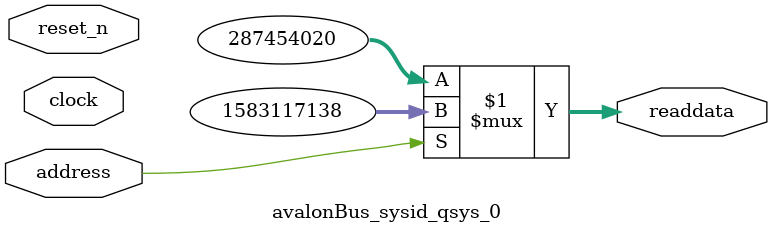
<source format=v>



// synthesis translate_off
`timescale 1ns / 1ps
// synthesis translate_on

// turn off superfluous verilog processor warnings 
// altera message_level Level1 
// altera message_off 10034 10035 10036 10037 10230 10240 10030 

module avalonBus_sysid_qsys_0 (
               // inputs:
                address,
                clock,
                reset_n,

               // outputs:
                readdata
             )
;

  output  [ 31: 0] readdata;
  input            address;
  input            clock;
  input            reset_n;

  wire    [ 31: 0] readdata;
  //control_slave, which is an e_avalon_slave
  assign readdata = address ? 1583117138 : 287454020;

endmodule



</source>
